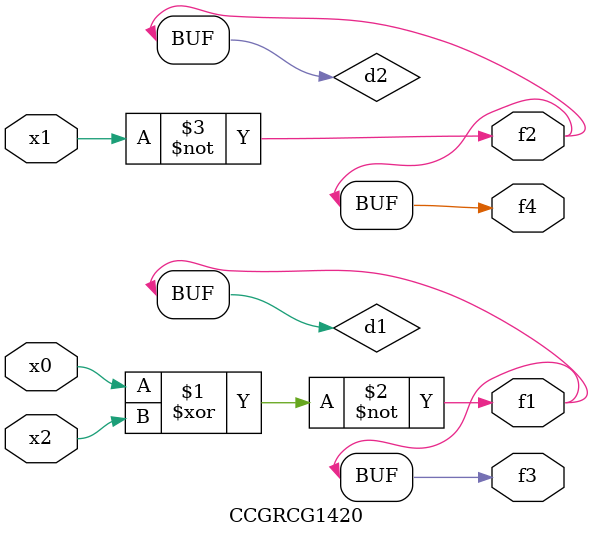
<source format=v>
module CCGRCG1420(
	input x0, x1, x2,
	output f1, f2, f3, f4
);

	wire d1, d2, d3;

	xnor (d1, x0, x2);
	nand (d2, x1);
	nor (d3, x1, x2);
	assign f1 = d1;
	assign f2 = d2;
	assign f3 = d1;
	assign f4 = d2;
endmodule

</source>
